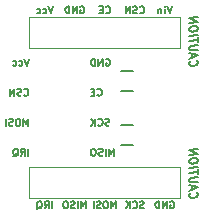
<source format=gbo>
G04 #@! TF.FileFunction,Legend,Bot*
%FSLAX46Y46*%
G04 Gerber Fmt 4.6, Leading zero omitted, Abs format (unit mm)*
G04 Created by KiCad (PCBNEW 4.0.7) date 2018 April 02, Monday 02:54:30*
%MOMM*%
%LPD*%
G01*
G04 APERTURE LIST*
%ADD10C,0.100000*%
%ADD11C,0.175000*%
%ADD12C,0.150000*%
%ADD13C,0.120000*%
G04 APERTURE END LIST*
D10*
D11*
X176153000Y-110359915D02*
X176119667Y-110397416D01*
X176086333Y-110501582D01*
X176086333Y-110568248D01*
X176119667Y-110664082D01*
X176186333Y-110722415D01*
X176253000Y-110747415D01*
X176386333Y-110764082D01*
X176486333Y-110751582D01*
X176619667Y-110701582D01*
X176686333Y-110659915D01*
X176753000Y-110584915D01*
X176786333Y-110480748D01*
X176786333Y-110414082D01*
X176753000Y-110318249D01*
X176719667Y-110289082D01*
X176286333Y-110076582D02*
X176286333Y-109743248D01*
X176086333Y-110168248D02*
X176786333Y-109847415D01*
X176086333Y-109701582D01*
X176786333Y-109380748D02*
X176219667Y-109451582D01*
X176153000Y-109426582D01*
X176119667Y-109397416D01*
X176086333Y-109334915D01*
X176086333Y-109201582D01*
X176119667Y-109130749D01*
X176153000Y-109093249D01*
X176219667Y-109051582D01*
X176786333Y-108980748D01*
X176786333Y-108747415D02*
X176786333Y-108347415D01*
X176086333Y-108634915D02*
X176786333Y-108547415D01*
X176086333Y-108201582D02*
X176786333Y-108114082D01*
X176786333Y-107647416D02*
X176786333Y-107514083D01*
X176753000Y-107451583D01*
X176686333Y-107393249D01*
X176553000Y-107376583D01*
X176319667Y-107405750D01*
X176186333Y-107455749D01*
X176119667Y-107530750D01*
X176086333Y-107601583D01*
X176086333Y-107734916D01*
X176119667Y-107797417D01*
X176186333Y-107855749D01*
X176319667Y-107872417D01*
X176553000Y-107843250D01*
X176686333Y-107793249D01*
X176753000Y-107718250D01*
X176786333Y-107647416D01*
X176086333Y-107134916D02*
X176786333Y-107047416D01*
X176086333Y-106734916D01*
X176786333Y-106647416D01*
X176153000Y-121535915D02*
X176119667Y-121573416D01*
X176086333Y-121677582D01*
X176086333Y-121744248D01*
X176119667Y-121840082D01*
X176186333Y-121898415D01*
X176253000Y-121923415D01*
X176386333Y-121940082D01*
X176486333Y-121927582D01*
X176619667Y-121877582D01*
X176686333Y-121835915D01*
X176753000Y-121760915D01*
X176786333Y-121656748D01*
X176786333Y-121590082D01*
X176753000Y-121494249D01*
X176719667Y-121465082D01*
X176286333Y-121252582D02*
X176286333Y-120919248D01*
X176086333Y-121344248D02*
X176786333Y-121023415D01*
X176086333Y-120877582D01*
X176786333Y-120556748D02*
X176219667Y-120627582D01*
X176153000Y-120602582D01*
X176119667Y-120573416D01*
X176086333Y-120510915D01*
X176086333Y-120377582D01*
X176119667Y-120306749D01*
X176153000Y-120269249D01*
X176219667Y-120227582D01*
X176786333Y-120156748D01*
X176786333Y-119923415D02*
X176786333Y-119523415D01*
X176086333Y-119810915D02*
X176786333Y-119723415D01*
X176086333Y-119377582D02*
X176786333Y-119290082D01*
X176786333Y-118823416D02*
X176786333Y-118690083D01*
X176753000Y-118627583D01*
X176686333Y-118569249D01*
X176553000Y-118552583D01*
X176319667Y-118581750D01*
X176186333Y-118631749D01*
X176119667Y-118706750D01*
X176086333Y-118777583D01*
X176086333Y-118910916D01*
X176119667Y-118973417D01*
X176186333Y-119031749D01*
X176319667Y-119048417D01*
X176553000Y-119019250D01*
X176686333Y-118969249D01*
X176753000Y-118894250D01*
X176786333Y-118823416D01*
X176086333Y-118310916D02*
X176786333Y-118223416D01*
X176086333Y-117910916D01*
X176786333Y-117823416D01*
D12*
X169297143Y-115812857D02*
X169211429Y-115841429D01*
X169068572Y-115841429D01*
X169011429Y-115812857D01*
X168982858Y-115784286D01*
X168954286Y-115727143D01*
X168954286Y-115670000D01*
X168982858Y-115612857D01*
X169011429Y-115584286D01*
X169068572Y-115555714D01*
X169182858Y-115527143D01*
X169240000Y-115498571D01*
X169268572Y-115470000D01*
X169297143Y-115412857D01*
X169297143Y-115355714D01*
X169268572Y-115298571D01*
X169240000Y-115270000D01*
X169182858Y-115241429D01*
X169040000Y-115241429D01*
X168954286Y-115270000D01*
X168354286Y-115784286D02*
X168382857Y-115812857D01*
X168468571Y-115841429D01*
X168525714Y-115841429D01*
X168611429Y-115812857D01*
X168668571Y-115755714D01*
X168697143Y-115698571D01*
X168725714Y-115584286D01*
X168725714Y-115498571D01*
X168697143Y-115384286D01*
X168668571Y-115327143D01*
X168611429Y-115270000D01*
X168525714Y-115241429D01*
X168468571Y-115241429D01*
X168382857Y-115270000D01*
X168354286Y-115298571D01*
X168097143Y-115841429D02*
X168097143Y-115241429D01*
X167754286Y-115841429D02*
X168011429Y-115498571D01*
X167754286Y-115241429D02*
X168097143Y-115584286D01*
X162417143Y-118381429D02*
X162417143Y-117781429D01*
X161788572Y-118381429D02*
X161988572Y-118095714D01*
X162131429Y-118381429D02*
X162131429Y-117781429D01*
X161902857Y-117781429D01*
X161845715Y-117810000D01*
X161817143Y-117838571D01*
X161788572Y-117895714D01*
X161788572Y-117981429D01*
X161817143Y-118038571D01*
X161845715Y-118067143D01*
X161902857Y-118095714D01*
X162131429Y-118095714D01*
X161131429Y-118438571D02*
X161188572Y-118410000D01*
X161245715Y-118352857D01*
X161331429Y-118267143D01*
X161388572Y-118238571D01*
X161445715Y-118238571D01*
X161417143Y-118381429D02*
X161474286Y-118352857D01*
X161531429Y-118295714D01*
X161560000Y-118181429D01*
X161560000Y-117981429D01*
X161531429Y-117867143D01*
X161474286Y-117810000D01*
X161417143Y-117781429D01*
X161302857Y-117781429D01*
X161245715Y-117810000D01*
X161188572Y-117867143D01*
X161160000Y-117981429D01*
X161160000Y-118181429D01*
X161188572Y-118295714D01*
X161245715Y-118352857D01*
X161302857Y-118381429D01*
X161417143Y-118381429D01*
X169668571Y-118381429D02*
X169668571Y-117781429D01*
X169468571Y-118210000D01*
X169268571Y-117781429D01*
X169268571Y-118381429D01*
X168982857Y-118381429D02*
X168982857Y-117781429D01*
X168725714Y-118352857D02*
X168640000Y-118381429D01*
X168497143Y-118381429D01*
X168440000Y-118352857D01*
X168411429Y-118324286D01*
X168382857Y-118267143D01*
X168382857Y-118210000D01*
X168411429Y-118152857D01*
X168440000Y-118124286D01*
X168497143Y-118095714D01*
X168611429Y-118067143D01*
X168668571Y-118038571D01*
X168697143Y-118010000D01*
X168725714Y-117952857D01*
X168725714Y-117895714D01*
X168697143Y-117838571D01*
X168668571Y-117810000D01*
X168611429Y-117781429D01*
X168468571Y-117781429D01*
X168382857Y-117810000D01*
X168011428Y-117781429D02*
X167897142Y-117781429D01*
X167840000Y-117810000D01*
X167782857Y-117867143D01*
X167754285Y-117981429D01*
X167754285Y-118181429D01*
X167782857Y-118295714D01*
X167840000Y-118352857D01*
X167897142Y-118381429D01*
X168011428Y-118381429D01*
X168068571Y-118352857D01*
X168125714Y-118295714D01*
X168154285Y-118181429D01*
X168154285Y-117981429D01*
X168125714Y-117867143D01*
X168068571Y-117810000D01*
X168011428Y-117781429D01*
X162417143Y-115841429D02*
X162417143Y-115241429D01*
X162217143Y-115670000D01*
X162017143Y-115241429D01*
X162017143Y-115841429D01*
X161617143Y-115241429D02*
X161502857Y-115241429D01*
X161445715Y-115270000D01*
X161388572Y-115327143D01*
X161360000Y-115441429D01*
X161360000Y-115641429D01*
X161388572Y-115755714D01*
X161445715Y-115812857D01*
X161502857Y-115841429D01*
X161617143Y-115841429D01*
X161674286Y-115812857D01*
X161731429Y-115755714D01*
X161760000Y-115641429D01*
X161760000Y-115441429D01*
X161731429Y-115327143D01*
X161674286Y-115270000D01*
X161617143Y-115241429D01*
X161131429Y-115812857D02*
X161045715Y-115841429D01*
X160902858Y-115841429D01*
X160845715Y-115812857D01*
X160817144Y-115784286D01*
X160788572Y-115727143D01*
X160788572Y-115670000D01*
X160817144Y-115612857D01*
X160845715Y-115584286D01*
X160902858Y-115555714D01*
X161017144Y-115527143D01*
X161074286Y-115498571D01*
X161102858Y-115470000D01*
X161131429Y-115412857D01*
X161131429Y-115355714D01*
X161102858Y-115298571D01*
X161074286Y-115270000D01*
X161017144Y-115241429D01*
X160874286Y-115241429D01*
X160788572Y-115270000D01*
X160531429Y-115841429D02*
X160531429Y-115241429D01*
X162074286Y-113244286D02*
X162102857Y-113272857D01*
X162188571Y-113301429D01*
X162245714Y-113301429D01*
X162331429Y-113272857D01*
X162388571Y-113215714D01*
X162417143Y-113158571D01*
X162445714Y-113044286D01*
X162445714Y-112958571D01*
X162417143Y-112844286D01*
X162388571Y-112787143D01*
X162331429Y-112730000D01*
X162245714Y-112701429D01*
X162188571Y-112701429D01*
X162102857Y-112730000D01*
X162074286Y-112758571D01*
X161845714Y-113272857D02*
X161760000Y-113301429D01*
X161617143Y-113301429D01*
X161560000Y-113272857D01*
X161531429Y-113244286D01*
X161502857Y-113187143D01*
X161502857Y-113130000D01*
X161531429Y-113072857D01*
X161560000Y-113044286D01*
X161617143Y-113015714D01*
X161731429Y-112987143D01*
X161788571Y-112958571D01*
X161817143Y-112930000D01*
X161845714Y-112872857D01*
X161845714Y-112815714D01*
X161817143Y-112758571D01*
X161788571Y-112730000D01*
X161731429Y-112701429D01*
X161588571Y-112701429D01*
X161502857Y-112730000D01*
X161245714Y-113301429D02*
X161245714Y-112701429D01*
X160902857Y-113301429D01*
X160902857Y-112701429D01*
X168297143Y-113244286D02*
X168325714Y-113272857D01*
X168411428Y-113301429D01*
X168468571Y-113301429D01*
X168554286Y-113272857D01*
X168611428Y-113215714D01*
X168640000Y-113158571D01*
X168668571Y-113044286D01*
X168668571Y-112958571D01*
X168640000Y-112844286D01*
X168611428Y-112787143D01*
X168554286Y-112730000D01*
X168468571Y-112701429D01*
X168411428Y-112701429D01*
X168325714Y-112730000D01*
X168297143Y-112758571D01*
X168040000Y-112987143D02*
X167840000Y-112987143D01*
X167754286Y-113301429D02*
X168040000Y-113301429D01*
X168040000Y-112701429D01*
X167754286Y-112701429D01*
X169011428Y-110190000D02*
X169068571Y-110161429D01*
X169154285Y-110161429D01*
X169240000Y-110190000D01*
X169297142Y-110247143D01*
X169325714Y-110304286D01*
X169354285Y-110418571D01*
X169354285Y-110504286D01*
X169325714Y-110618571D01*
X169297142Y-110675714D01*
X169240000Y-110732857D01*
X169154285Y-110761429D01*
X169097142Y-110761429D01*
X169011428Y-110732857D01*
X168982857Y-110704286D01*
X168982857Y-110504286D01*
X169097142Y-110504286D01*
X168725714Y-110761429D02*
X168725714Y-110161429D01*
X168382857Y-110761429D01*
X168382857Y-110161429D01*
X168097143Y-110761429D02*
X168097143Y-110161429D01*
X167954286Y-110161429D01*
X167868571Y-110190000D01*
X167811429Y-110247143D01*
X167782857Y-110304286D01*
X167754286Y-110418571D01*
X167754286Y-110504286D01*
X167782857Y-110618571D01*
X167811429Y-110675714D01*
X167868571Y-110732857D01*
X167954286Y-110761429D01*
X168097143Y-110761429D01*
X162502857Y-110161429D02*
X162302857Y-110761429D01*
X162102857Y-110161429D01*
X161645714Y-110732857D02*
X161702857Y-110761429D01*
X161817143Y-110761429D01*
X161874285Y-110732857D01*
X161902857Y-110704286D01*
X161931428Y-110647143D01*
X161931428Y-110475714D01*
X161902857Y-110418571D01*
X161874285Y-110390000D01*
X161817143Y-110361429D01*
X161702857Y-110361429D01*
X161645714Y-110390000D01*
X161131428Y-110732857D02*
X161188571Y-110761429D01*
X161302857Y-110761429D01*
X161359999Y-110732857D01*
X161388571Y-110704286D01*
X161417142Y-110647143D01*
X161417142Y-110475714D01*
X161388571Y-110418571D01*
X161359999Y-110390000D01*
X161302857Y-110361429D01*
X161188571Y-110361429D01*
X161131428Y-110390000D01*
X164544286Y-105716429D02*
X164344286Y-106316429D01*
X164144286Y-105716429D01*
X163687143Y-106287857D02*
X163744286Y-106316429D01*
X163858572Y-106316429D01*
X163915714Y-106287857D01*
X163944286Y-106259286D01*
X163972857Y-106202143D01*
X163972857Y-106030714D01*
X163944286Y-105973571D01*
X163915714Y-105945000D01*
X163858572Y-105916429D01*
X163744286Y-105916429D01*
X163687143Y-105945000D01*
X163172857Y-106287857D02*
X163230000Y-106316429D01*
X163344286Y-106316429D01*
X163401428Y-106287857D01*
X163430000Y-106259286D01*
X163458571Y-106202143D01*
X163458571Y-106030714D01*
X163430000Y-105973571D01*
X163401428Y-105945000D01*
X163344286Y-105916429D01*
X163230000Y-105916429D01*
X163172857Y-105945000D01*
X166827142Y-105745000D02*
X166884285Y-105716429D01*
X166969999Y-105716429D01*
X167055714Y-105745000D01*
X167112856Y-105802143D01*
X167141428Y-105859286D01*
X167169999Y-105973571D01*
X167169999Y-106059286D01*
X167141428Y-106173571D01*
X167112856Y-106230714D01*
X167055714Y-106287857D01*
X166969999Y-106316429D01*
X166912856Y-106316429D01*
X166827142Y-106287857D01*
X166798571Y-106259286D01*
X166798571Y-106059286D01*
X166912856Y-106059286D01*
X166541428Y-106316429D02*
X166541428Y-105716429D01*
X166198571Y-106316429D01*
X166198571Y-105716429D01*
X165912857Y-106316429D02*
X165912857Y-105716429D01*
X165770000Y-105716429D01*
X165684285Y-105745000D01*
X165627143Y-105802143D01*
X165598571Y-105859286D01*
X165570000Y-105973571D01*
X165570000Y-106059286D01*
X165598571Y-106173571D01*
X165627143Y-106230714D01*
X165684285Y-106287857D01*
X165770000Y-106316429D01*
X165912857Y-106316429D01*
X168995714Y-106259286D02*
X169024285Y-106287857D01*
X169109999Y-106316429D01*
X169167142Y-106316429D01*
X169252857Y-106287857D01*
X169309999Y-106230714D01*
X169338571Y-106173571D01*
X169367142Y-106059286D01*
X169367142Y-105973571D01*
X169338571Y-105859286D01*
X169309999Y-105802143D01*
X169252857Y-105745000D01*
X169167142Y-105716429D01*
X169109999Y-105716429D01*
X169024285Y-105745000D01*
X168995714Y-105773571D01*
X168738571Y-106002143D02*
X168538571Y-106002143D01*
X168452857Y-106316429D02*
X168738571Y-106316429D01*
X168738571Y-105716429D01*
X168452857Y-105716429D01*
X171864286Y-106259286D02*
X171892857Y-106287857D01*
X171978571Y-106316429D01*
X172035714Y-106316429D01*
X172121429Y-106287857D01*
X172178571Y-106230714D01*
X172207143Y-106173571D01*
X172235714Y-106059286D01*
X172235714Y-105973571D01*
X172207143Y-105859286D01*
X172178571Y-105802143D01*
X172121429Y-105745000D01*
X172035714Y-105716429D01*
X171978571Y-105716429D01*
X171892857Y-105745000D01*
X171864286Y-105773571D01*
X171635714Y-106287857D02*
X171550000Y-106316429D01*
X171407143Y-106316429D01*
X171350000Y-106287857D01*
X171321429Y-106259286D01*
X171292857Y-106202143D01*
X171292857Y-106145000D01*
X171321429Y-106087857D01*
X171350000Y-106059286D01*
X171407143Y-106030714D01*
X171521429Y-106002143D01*
X171578571Y-105973571D01*
X171607143Y-105945000D01*
X171635714Y-105887857D01*
X171635714Y-105830714D01*
X171607143Y-105773571D01*
X171578571Y-105745000D01*
X171521429Y-105716429D01*
X171378571Y-105716429D01*
X171292857Y-105745000D01*
X171035714Y-106316429D02*
X171035714Y-105716429D01*
X170692857Y-106316429D01*
X170692857Y-105716429D01*
X174604285Y-105716429D02*
X174404285Y-106316429D01*
X174204285Y-105716429D01*
X174004285Y-106316429D02*
X174004285Y-105916429D01*
X174004285Y-105716429D02*
X174032856Y-105745000D01*
X174004285Y-105773571D01*
X173975713Y-105745000D01*
X174004285Y-105716429D01*
X174004285Y-105773571D01*
X173718571Y-105916429D02*
X173718571Y-106316429D01*
X173718571Y-105973571D02*
X173689999Y-105945000D01*
X173632857Y-105916429D01*
X173547142Y-105916429D01*
X173489999Y-105945000D01*
X173461428Y-106002143D01*
X173461428Y-106316429D01*
X174447142Y-122255000D02*
X174504285Y-122226429D01*
X174589999Y-122226429D01*
X174675714Y-122255000D01*
X174732856Y-122312143D01*
X174761428Y-122369286D01*
X174789999Y-122483571D01*
X174789999Y-122569286D01*
X174761428Y-122683571D01*
X174732856Y-122740714D01*
X174675714Y-122797857D01*
X174589999Y-122826429D01*
X174532856Y-122826429D01*
X174447142Y-122797857D01*
X174418571Y-122769286D01*
X174418571Y-122569286D01*
X174532856Y-122569286D01*
X174161428Y-122826429D02*
X174161428Y-122226429D01*
X173818571Y-122826429D01*
X173818571Y-122226429D01*
X173532857Y-122826429D02*
X173532857Y-122226429D01*
X173390000Y-122226429D01*
X173304285Y-122255000D01*
X173247143Y-122312143D01*
X173218571Y-122369286D01*
X173190000Y-122483571D01*
X173190000Y-122569286D01*
X173218571Y-122683571D01*
X173247143Y-122740714D01*
X173304285Y-122797857D01*
X173390000Y-122826429D01*
X173532857Y-122826429D01*
X172221428Y-122797857D02*
X172135714Y-122826429D01*
X171992857Y-122826429D01*
X171935714Y-122797857D01*
X171907143Y-122769286D01*
X171878571Y-122712143D01*
X171878571Y-122655000D01*
X171907143Y-122597857D01*
X171935714Y-122569286D01*
X171992857Y-122540714D01*
X172107143Y-122512143D01*
X172164285Y-122483571D01*
X172192857Y-122455000D01*
X172221428Y-122397857D01*
X172221428Y-122340714D01*
X172192857Y-122283571D01*
X172164285Y-122255000D01*
X172107143Y-122226429D01*
X171964285Y-122226429D01*
X171878571Y-122255000D01*
X171278571Y-122769286D02*
X171307142Y-122797857D01*
X171392856Y-122826429D01*
X171449999Y-122826429D01*
X171535714Y-122797857D01*
X171592856Y-122740714D01*
X171621428Y-122683571D01*
X171649999Y-122569286D01*
X171649999Y-122483571D01*
X171621428Y-122369286D01*
X171592856Y-122312143D01*
X171535714Y-122255000D01*
X171449999Y-122226429D01*
X171392856Y-122226429D01*
X171307142Y-122255000D01*
X171278571Y-122283571D01*
X171021428Y-122826429D02*
X171021428Y-122226429D01*
X170678571Y-122826429D02*
X170935714Y-122483571D01*
X170678571Y-122226429D02*
X171021428Y-122569286D01*
X169852857Y-122826429D02*
X169852857Y-122226429D01*
X169652857Y-122655000D01*
X169452857Y-122226429D01*
X169452857Y-122826429D01*
X169052857Y-122226429D02*
X168938571Y-122226429D01*
X168881429Y-122255000D01*
X168824286Y-122312143D01*
X168795714Y-122426429D01*
X168795714Y-122626429D01*
X168824286Y-122740714D01*
X168881429Y-122797857D01*
X168938571Y-122826429D01*
X169052857Y-122826429D01*
X169110000Y-122797857D01*
X169167143Y-122740714D01*
X169195714Y-122626429D01*
X169195714Y-122426429D01*
X169167143Y-122312143D01*
X169110000Y-122255000D01*
X169052857Y-122226429D01*
X168567143Y-122797857D02*
X168481429Y-122826429D01*
X168338572Y-122826429D01*
X168281429Y-122797857D01*
X168252858Y-122769286D01*
X168224286Y-122712143D01*
X168224286Y-122655000D01*
X168252858Y-122597857D01*
X168281429Y-122569286D01*
X168338572Y-122540714D01*
X168452858Y-122512143D01*
X168510000Y-122483571D01*
X168538572Y-122455000D01*
X168567143Y-122397857D01*
X168567143Y-122340714D01*
X168538572Y-122283571D01*
X168510000Y-122255000D01*
X168452858Y-122226429D01*
X168310000Y-122226429D01*
X168224286Y-122255000D01*
X167967143Y-122826429D02*
X167967143Y-122226429D01*
X167312857Y-122826429D02*
X167312857Y-122226429D01*
X167112857Y-122655000D01*
X166912857Y-122226429D01*
X166912857Y-122826429D01*
X166627143Y-122826429D02*
X166627143Y-122226429D01*
X166370000Y-122797857D02*
X166284286Y-122826429D01*
X166141429Y-122826429D01*
X166084286Y-122797857D01*
X166055715Y-122769286D01*
X166027143Y-122712143D01*
X166027143Y-122655000D01*
X166055715Y-122597857D01*
X166084286Y-122569286D01*
X166141429Y-122540714D01*
X166255715Y-122512143D01*
X166312857Y-122483571D01*
X166341429Y-122455000D01*
X166370000Y-122397857D01*
X166370000Y-122340714D01*
X166341429Y-122283571D01*
X166312857Y-122255000D01*
X166255715Y-122226429D01*
X166112857Y-122226429D01*
X166027143Y-122255000D01*
X165655714Y-122226429D02*
X165541428Y-122226429D01*
X165484286Y-122255000D01*
X165427143Y-122312143D01*
X165398571Y-122426429D01*
X165398571Y-122626429D01*
X165427143Y-122740714D01*
X165484286Y-122797857D01*
X165541428Y-122826429D01*
X165655714Y-122826429D01*
X165712857Y-122797857D01*
X165770000Y-122740714D01*
X165798571Y-122626429D01*
X165798571Y-122426429D01*
X165770000Y-122312143D01*
X165712857Y-122255000D01*
X165655714Y-122226429D01*
X164444285Y-122826429D02*
X164444285Y-122226429D01*
X163815714Y-122826429D02*
X164015714Y-122540714D01*
X164158571Y-122826429D02*
X164158571Y-122226429D01*
X163929999Y-122226429D01*
X163872857Y-122255000D01*
X163844285Y-122283571D01*
X163815714Y-122340714D01*
X163815714Y-122426429D01*
X163844285Y-122483571D01*
X163872857Y-122512143D01*
X163929999Y-122540714D01*
X164158571Y-122540714D01*
X163158571Y-122883571D02*
X163215714Y-122855000D01*
X163272857Y-122797857D01*
X163358571Y-122712143D01*
X163415714Y-122683571D01*
X163472857Y-122683571D01*
X163444285Y-122826429D02*
X163501428Y-122797857D01*
X163558571Y-122740714D01*
X163587142Y-122626429D01*
X163587142Y-122426429D01*
X163558571Y-122312143D01*
X163501428Y-122255000D01*
X163444285Y-122226429D01*
X163329999Y-122226429D01*
X163272857Y-122255000D01*
X163215714Y-122312143D01*
X163187142Y-122426429D01*
X163187142Y-122626429D01*
X163215714Y-122740714D01*
X163272857Y-122797857D01*
X163329999Y-122826429D01*
X163444285Y-122826429D01*
D13*
X175320000Y-119320000D02*
X175320000Y-121980000D01*
X162560000Y-119320000D02*
X175320000Y-119320000D01*
X162560000Y-121980000D02*
X175320000Y-121980000D01*
X162500000Y-119320000D02*
X162500000Y-121980000D01*
X175320000Y-106620000D02*
X175320000Y-109280000D01*
X162560000Y-106620000D02*
X175320000Y-106620000D01*
X162560000Y-109280000D02*
X175320000Y-109280000D01*
X162500000Y-106620000D02*
X162500000Y-109280000D01*
D12*
X171315000Y-117436000D02*
X170315000Y-117436000D01*
X170315000Y-115736000D02*
X171315000Y-115736000D01*
X170315000Y-111164000D02*
X171315000Y-111164000D01*
X171315000Y-112864000D02*
X170315000Y-112864000D01*
M02*

</source>
